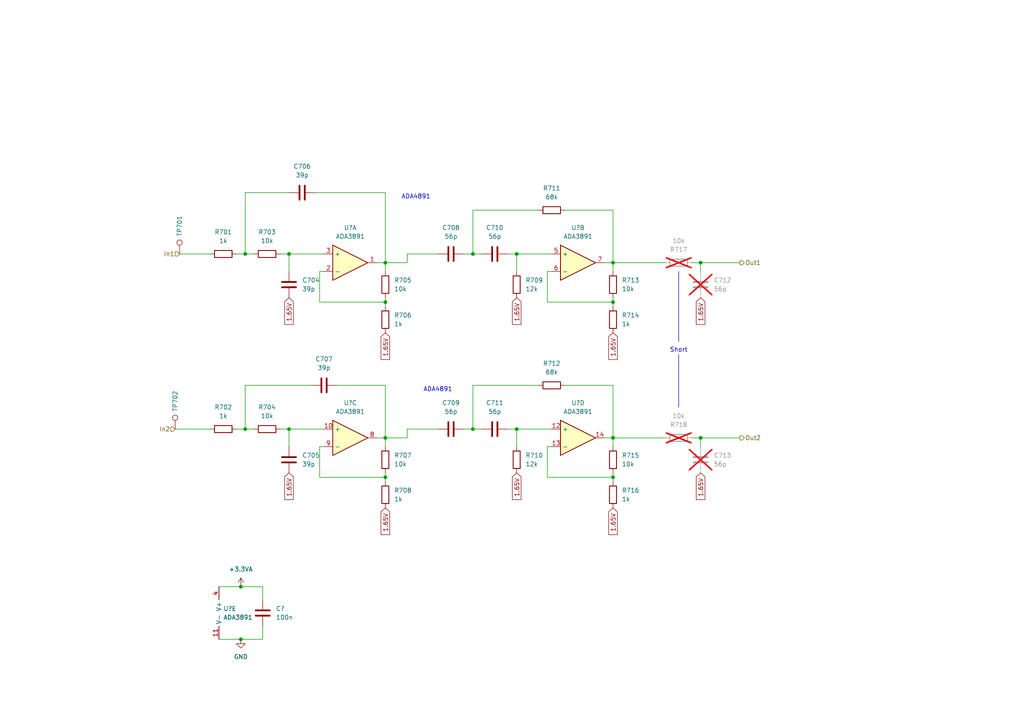
<source format=kicad_sch>
(kicad_sch (version 20250114) (generator "eeschema") (generator_version "9.0")
  (paper "A4")
  (lib_symbols
    (symbol "Connector:TestPoint" (pin_numbers (hide yes)) (pin_names (offset 0.762) (hide yes))
      (property "Reference" "TP" (at 0 6.858 0))
      (property "Value" "TestPoint" (at 0 5.08 0))
      (symbol "TestPoint_0_1"
        (circle (center 0 3.302) (radius 0.762))
      )
      (symbol "TestPoint_1_1"
        (pin passive line (at 0 0 90) (length 2.54) (name "1") (number "1"))
      )
    )
    (symbol "Device:C" (pin_numbers (hide yes)) (pin_names (offset 0.254))
      (property "Reference" "C" (at 0.635 2.54 0))
      (property "Value" "C" (at 0.635 -2.54 0))
      (symbol "C_0_1"
        (polyline (pts (xy -2.032 0.762) (xy 2.032 0.762)) (stroke (width 0.508)))
        (polyline (pts (xy -2.032 -0.762) (xy 2.032 -0.762)) (stroke (width 0.508)))
      )
      (symbol "C_1_1"
        (pin passive line (at 0 3.81 270) (length 2.794) (name "~") (number "1"))
        (pin passive line (at 0 -3.81 90) (length 2.794) (name "~") (number "2"))
      )
    )
    (symbol "Device:Opamp_Quad"
      (property "Reference" "U" (at 0 5.08 0))
      (property "Value" "Opamp_Quad" (at 0 -5.08 0))
      (symbol "Opamp_Quad_1_1"
        (polyline (pts (xy -5.08 5.08) (xy 5.08 0) (xy -5.08 -5.08) (xy -5.08 5.08)) (stroke (width 0.254)) (fill (type background)))
        (pin input line (at -7.62 2.54 0) (length 2.54) (name "+") (number "3"))
        (pin input line (at -7.62 -2.54 0) (length 2.54) (name "-") (number "2"))
        (pin output line (at 7.62 0 180) (length 2.54) (name "~") (number "1"))
      )
      (symbol "Opamp_Quad_2_1"
        (polyline (pts (xy -5.08 5.08) (xy 5.08 0) (xy -5.08 -5.08) (xy -5.08 5.08)) (stroke (width 0.254)) (fill (type background)))
        (pin input line (at -7.62 2.54 0) (length 2.54) (name "+") (number "5"))
        (pin input line (at -7.62 -2.54 0) (length 2.54) (name "-") (number "6"))
        (pin output line (at 7.62 0 180) (length 2.54) (name "~") (number "7"))
      )
      (symbol "Opamp_Quad_3_1"
        (polyline (pts (xy -5.08 5.08) (xy 5.08 0) (xy -5.08 -5.08) (xy -5.08 5.08)) (stroke (width 0.254)) (fill (type background)))
        (pin input line (at -7.62 2.54 0) (length 2.54) (name "+") (number "10"))
        (pin input line (at -7.62 -2.54 0) (length 2.54) (name "-") (number "9"))
        (pin output line (at 7.62 0 180) (length 2.54) (name "~") (number "8"))
      )
      (symbol "Opamp_Quad_4_1"
        (polyline (pts (xy -5.08 5.08) (xy 5.08 0) (xy -5.08 -5.08) (xy -5.08 5.08)) (stroke (width 0.254)) (fill (type background)))
        (pin input line (at -7.62 2.54 0) (length 2.54) (name "+") (number "12"))
        (pin input line (at -7.62 -2.54 0) (length 2.54) (name "-") (number "13"))
        (pin output line (at 7.62 0 180) (length 2.54) (name "~") (number "14"))
      )
      (symbol "Opamp_Quad_5_1"
        (pin power_in line (at -2.54 7.62 270) (length 3.81) (name "V+") (number "4"))
        (pin power_in line (at -2.54 -7.62 90) (length 3.81) (name "V-") (number "11"))
      )
    )
    (symbol "Device:R" (pin_numbers (hide yes)) (pin_names (offset 0))
      (property "Reference" "R" (at 2.032 0 90))
      (property "Value" "R" (at 0 0 90))
      (symbol "R_0_1"
        (rectangle (start -1.016 -2.54) (end 1.016 2.54) (stroke (width 0.254)))
      )
      (symbol "R_1_1"
        (pin passive line (at 0 3.81 270) (length 1.27) (name "~") (number "1"))
        (pin passive line (at 0 -3.81 90) (length 1.27) (name "~") (number "2"))
      )
    )
    (symbol "power:+3.3VA" (power) (pin_numbers (hide yes)) (pin_names (offset 0) (hide yes))
      (property "Value" "+3.3VA" (at 0 3.556 0))
      (symbol "+3.3VA_0_1"
        (polyline (pts (xy -0.762 1.27) (xy 0 2.54)))
        (polyline (pts (xy 0 2.54) (xy 0.762 1.27)))
        (polyline (pts (xy 0 0) (xy 0 2.54)))
      )
      (symbol "+3.3VA_1_1"
        (pin power_in line (at 0 0 90) (length 0) (name "~") (number "1"))
      )
    )
    (symbol "power:GND" (power) (pin_numbers (hide yes)) (pin_names (offset 0) (hide yes))
      (property "Value" "GND" (at 0 -3.81 0))
      (symbol "GND_0_1"
        (polyline (pts (xy 0 0) (xy 0 -1.27) (xy 1.27 -1.27) (xy 0 -2.54) (xy -1.27 -1.27) (xy 0 -1.27)))
      )
      (symbol "GND_1_1"
        (pin power_in line (at 0 0 270) (length 0) (name "~") (number "1"))
      )
    )
  )
  (text "ADA4891" (at 127 113.03 0) (effects (font (size 1.27 1.27))))
  (text "ADA4891" (at 120.65 57.15 0) (effects (font (size 1.27 1.27))))
  (text "Short" (at 196.85 101.6 0) (effects (font (size 1.27 1.27))))
  (junction (at 71.12 124.46))
  (junction (at 111.76 138.43))
  (junction (at 149.86 73.66))
  (junction (at 177.8 76.2))
  (junction (at 111.76 87.63))
  (junction (at 83.82 73.66))
  (junction (at 149.86 124.46))
  (junction (at 137.16 124.46))
  (junction (at 69.85 185.42))
  (junction (at 111.76 127))
  (junction (at 83.82 124.46))
  (junction (at 71.12 73.66))
  (junction (at 177.8 138.43))
  (junction (at 203.2 127))
  (junction (at 203.2 76.2))
  (junction (at 111.76 76.2))
  (junction (at 137.16 73.66))
  (junction (at 177.8 127))
  (junction (at 69.85 170.18))
  (junction (at 177.8 87.63))
  (wire (pts (xy 149.86 129.54) (xy 149.86 124.46)))
  (wire (pts (xy 93.98 129.54) (xy 92.71 129.54)))
  (wire (pts (xy 149.86 73.66) (xy 147.32 73.66)))
  (wire (pts (xy 90.17 111.76) (xy 71.12 111.76)))
  (wire (pts (xy 118.11 73.66) (xy 118.11 76.2)))
  (wire (pts (xy 111.76 87.63) (xy 111.76 86.36)))
  (wire (pts (xy 149.86 124.46) (xy 147.32 124.46)))
  (wire (pts (xy 97.79 111.76) (xy 111.76 111.76)))
  (wire (pts (xy 63.5 185.42) (xy 69.85 185.42)))
  (wire (pts (xy 91.44 55.88) (xy 111.76 55.88)))
  (wire (pts (xy 203.2 78.74) (xy 203.2 76.2)))
  (wire (pts (xy 68.58 124.46) (xy 71.12 124.46)))
  (wire (pts (xy 158.75 87.63) (xy 177.8 87.63)))
  (wire (pts (xy 93.98 73.66) (xy 83.82 73.66)))
  (wire (pts (xy 160.02 129.54) (xy 158.75 129.54)))
  (wire (pts (xy 93.98 78.74) (xy 92.71 78.74)))
  (wire (pts (xy 177.8 129.54) (xy 177.8 127)))
  (wire (pts (xy 111.76 111.76) (xy 111.76 127)))
  (wire (pts (xy 83.82 124.46) (xy 81.28 124.46)))
  (wire (pts (xy 111.76 139.7) (xy 111.76 138.43)))
  (wire (pts (xy 163.83 60.96) (xy 177.8 60.96)))
  (wire (pts (xy 203.2 76.2) (xy 200.66 76.2)))
  (wire (pts (xy 177.8 139.7) (xy 177.8 138.43)))
  (wire (pts (xy 177.8 60.96) (xy 177.8 76.2)))
  (wire (pts (xy 92.71 87.63) (xy 111.76 87.63)))
  (wire (pts (xy 83.82 129.54) (xy 83.82 124.46)))
  (wire (pts (xy 111.76 76.2) (xy 109.22 76.2)))
  (wire (pts (xy 158.75 138.43) (xy 177.8 138.43)))
  (wire (pts (xy 137.16 73.66) (xy 139.7 73.66)))
  (wire (pts (xy 203.2 127) (xy 214.63 127)))
  (wire (pts (xy 193.04 76.2) (xy 177.8 76.2)))
  (wire (pts (xy 111.76 138.43) (xy 111.76 137.16)))
  (wire (pts (xy 50.8 124.46) (xy 60.96 124.46)))
  (wire (pts (xy 193.04 127) (xy 177.8 127)))
  (wire (pts (xy 69.85 185.42) (xy 76.2 185.42)))
  (wire (pts (xy 156.21 60.96) (xy 137.16 60.96)))
  (wire (pts (xy 83.82 78.74) (xy 83.82 73.66)))
  (polyline (pts (xy 196.85 78.74) (xy 196.85 99.06)))
  (wire (pts (xy 76.2 170.18) (xy 76.2 173.99)))
  (wire (pts (xy 137.16 124.46) (xy 139.7 124.46)))
  (wire (pts (xy 111.76 127) (xy 109.22 127)))
  (wire (pts (xy 203.2 127) (xy 200.66 127)))
  (wire (pts (xy 203.2 129.54) (xy 203.2 127)))
  (wire (pts (xy 71.12 124.46) (xy 73.66 124.46)))
  (wire (pts (xy 203.2 76.2) (xy 214.63 76.2)))
  (wire (pts (xy 160.02 73.66) (xy 149.86 73.66)))
  (wire (pts (xy 118.11 76.2) (xy 111.76 76.2)))
  (wire (pts (xy 160.02 124.46) (xy 149.86 124.46)))
  (wire (pts (xy 127 73.66) (xy 118.11 73.66)))
  (wire (pts (xy 160.02 78.74) (xy 158.75 78.74)))
  (wire (pts (xy 118.11 124.46) (xy 118.11 127)))
  (wire (pts (xy 71.12 111.76) (xy 71.12 124.46)))
  (wire (pts (xy 68.58 73.66) (xy 71.12 73.66)))
  (polyline (pts (xy 196.85 102.87) (xy 196.85 118.11)))
  (wire (pts (xy 69.85 170.18) (xy 76.2 170.18)))
  (wire (pts (xy 137.16 60.96) (xy 137.16 73.66)))
  (wire (pts (xy 158.75 78.74) (xy 158.75 87.63)))
  (wire (pts (xy 134.62 73.66) (xy 137.16 73.66)))
  (wire (pts (xy 177.8 127) (xy 175.26 127)))
  (wire (pts (xy 111.76 88.9) (xy 111.76 87.63)))
  (wire (pts (xy 92.71 129.54) (xy 92.71 138.43)))
  (wire (pts (xy 71.12 55.88) (xy 71.12 73.66)))
  (wire (pts (xy 83.82 55.88) (xy 71.12 55.88)))
  (wire (pts (xy 177.8 138.43) (xy 177.8 137.16)))
  (wire (pts (xy 111.76 129.54) (xy 111.76 127)))
  (wire (pts (xy 177.8 76.2) (xy 177.8 78.74)))
  (wire (pts (xy 93.98 124.46) (xy 83.82 124.46)))
  (wire (pts (xy 163.83 111.76) (xy 177.8 111.76)))
  (wire (pts (xy 92.71 138.43) (xy 111.76 138.43)))
  (wire (pts (xy 156.21 111.76) (xy 137.16 111.76)))
  (wire (pts (xy 52.07 73.66) (xy 60.96 73.66)))
  (wire (pts (xy 149.86 78.74) (xy 149.86 73.66)))
  (wire (pts (xy 111.76 55.88) (xy 111.76 76.2)))
  (wire (pts (xy 111.76 78.74) (xy 111.76 76.2)))
  (wire (pts (xy 177.8 76.2) (xy 175.26 76.2)))
  (wire (pts (xy 177.8 88.9) (xy 177.8 87.63)))
  (wire (pts (xy 177.8 111.76) (xy 177.8 127)))
  (wire (pts (xy 118.11 127) (xy 111.76 127)))
  (wire (pts (xy 177.8 87.63) (xy 177.8 86.36)))
  (wire (pts (xy 83.82 73.66) (xy 81.28 73.66)))
  (wire (pts (xy 127 124.46) (xy 118.11 124.46)))
  (wire (pts (xy 71.12 73.66) (xy 73.66 73.66)))
  (wire (pts (xy 92.71 78.74) (xy 92.71 87.63)))
  (wire (pts (xy 158.75 129.54) (xy 158.75 138.43)))
  (wire (pts (xy 76.2 185.42) (xy 76.2 181.61)))
  (wire (pts (xy 137.16 111.76) (xy 137.16 124.46)))
  (wire (pts (xy 134.62 124.46) (xy 137.16 124.46)))
  (wire (pts (xy 63.5 170.18) (xy 69.85 170.18)))
  (global_label "1.65V" (shape input) (at 177.8 96.52 270) (property "Intersheetrefs" "${INTERSHEET_REFS}" (effects (hide yes))))
  (global_label "1.65V" (shape input) (at 83.82 86.36 270) (property "Intersheetrefs" "${INTERSHEET_REFS}" (effects (hide yes))))
  (global_label "1.65V" (shape input) (at 111.76 96.52 270) (property "Intersheetrefs" "${INTERSHEET_REFS}" (effects (hide yes))))
  (global_label "1.65V" (shape input) (at 177.8 147.32 270) (property "Intersheetrefs" "${INTERSHEET_REFS}" (effects (hide yes))))
  (global_label "1.65V" (shape input) (at 203.2 86.36 270) (property "Intersheetrefs" "${INTERSHEET_REFS}" (effects (hide yes))))
  (global_label "1.65V" (shape input) (at 149.86 86.36 270) (property "Intersheetrefs" "${INTERSHEET_REFS}" (effects (hide yes))))
  (global_label "1.65V" (shape input) (at 83.82 137.16 270) (property "Intersheetrefs" "${INTERSHEET_REFS}" (effects (hide yes))))
  (global_label "1.65V" (shape input) (at 111.76 147.32 270) (property "Intersheetrefs" "${INTERSHEET_REFS}" (effects (hide yes))))
  (global_label "1.65V" (shape input) (at 203.2 137.16 270) (property "Intersheetrefs" "${INTERSHEET_REFS}" (effects (hide yes))))
  (global_label "1.65V" (shape input) (at 149.86 137.16 270) (property "Intersheetrefs" "${INTERSHEET_REFS}" (effects (hide yes))))
  (hierarchical_label "Out2" (shape output) (at 214.63 127 0))
  (hierarchical_label "In2" (shape input) (at 50.8 124.46 180))
  (hierarchical_label "Out1" (shape output) (at 214.63 76.2 0))
  (hierarchical_label "In1" (shape input) (at 52.07 73.66 180))
  (symbol (lib_id "Device:R") (at 177.8 133.35 0) (mirror x) (unit 1)
    (property "Reference" "R715" (at 180.34 132.08 0) (effects (justify left)))
    (property "Value" "10k" (at 180.34 134.62 0) (effects (justify left)))
    (property "Footprint" "Resistor_SMD:R_0603_1608Metric" (effects (hide yes)))
    (property "Description" "Resistor" (effects (hide yes)))
    (instances (project "Input Board" (path "" (reference "R715") (unit 1)) (path "" (reference "R?") (unit 1))))
  )
  (symbol (lib_id "Device:C") (at 143.51 124.46 90) (unit 1)
    (property "Reference" "C711" (at 143.51 116.84 90))
    (property "Value" "56p" (at 143.51 119.38 90))
    (property "Footprint" "Capacitor_SMD:C_0603_1608Metric" (effects (hide yes)))
    (property "Description" "Unpolarized capacitor" (effects (hide yes)))
    (instances (project "Input Board" (path "" (reference "C711") (unit 1)) (path "" (reference "C?") (unit 1))))
  )
  (symbol (lib_id "Device:R") (at 111.76 143.51 0) (mirror x) (unit 1)
    (property "Reference" "R708" (at 114.3 142.24 0) (effects (justify left)))
    (property "Value" "1k" (at 114.3 144.78 0) (effects (justify left)))
    (property "Footprint" "Resistor_SMD:R_0603_1608Metric" (effects (hide yes)))
    (property "Description" "Resistor" (effects (hide yes)))
    (instances (project "Input Board" (path "" (reference "R708") (unit 1)) (path "" (reference "R?") (unit 1))))
  )
  (symbol (lib_id "Device:C") (at 83.82 82.55 0) (unit 1)
    (property "Reference" "C704" (at 87.63 81.2799 0) (effects (justify left)))
    (property "Value" "39p" (at 87.63 83.8199 0) (effects (justify left)))
    (property "Footprint" "Capacitor_SMD:C_0603_1608Metric" (effects (hide yes)))
    (property "Description" "Unpolarized capacitor" (effects (hide yes)))
    (instances (project "Input Board" (path "" (reference "C704") (unit 1)) (path "" (reference "C?") (unit 1))))
  )
  (symbol (lib_id "Device:C") (at 93.98 111.76 90) (unit 1)
    (property "Reference" "C707" (at 93.98 104.14 90))
    (property "Value" "39p" (at 93.98 106.68 90))
    (property "Footprint" "Capacitor_SMD:C_0603_1608Metric" (effects (hide yes)))
    (property "Description" "Unpolarized capacitor" (effects (hide yes)))
    (instances (project "Input Board" (path "" (reference "C707") (unit 1)) (path "" (reference "C?") (unit 1))))
  )
  (symbol (lib_id "Device:R") (at 177.8 143.51 0) (mirror x) (unit 1)
    (property "Reference" "R716" (at 180.34 142.24 0) (effects (justify left)))
    (property "Value" "1k" (at 180.34 144.78 0) (effects (justify left)))
    (property "Footprint" "Resistor_SMD:R_0603_1608Metric" (effects (hide yes)))
    (property "Description" "Resistor" (effects (hide yes)))
    (instances (project "Input Board" (path "" (reference "R716") (unit 1)) (path "" (reference "R?") (unit 1))))
  )
  (symbol (lib_id "Device:R") (at 160.02 111.76 270) (mirror x) (unit 1)
    (property "Reference" "R712" (at 160.02 105.41 90))
    (property "Value" "68k" (at 160.02 107.95 90))
    (property "Footprint" "Resistor_SMD:R_0603_1608Metric" (effects (hide yes)))
    (property "Description" "Resistor" (effects (hide yes)))
    (instances (project "Input Board" (path "" (reference "R712") (unit 1)) (path "" (reference "R?") (unit 1))))
  )
  (symbol (lib_id "Device:R") (at 149.86 82.55 0) (mirror x) (unit 1)
    (property "Reference" "R709" (at 152.4 81.28 0) (effects (justify left)))
    (property "Value" "12k" (at 152.4 83.82 0) (effects (justify left)))
    (property "Footprint" "Resistor_SMD:R_0603_1608Metric" (effects (hide yes)))
    (property "Description" "Resistor" (effects (hide yes)))
    (instances (project "Input Board" (path "" (reference "R709") (unit 1)) (path "" (reference "R?") (unit 1))))
  )
  (symbol (lib_id "power:+3.3VA") (at 69.85 170.18 0) (unit 1)
    (property "Reference" "#PWR016" (effects (hide yes)))
    (property "Value" "+3.3VA" (at 69.85 165.1 0))
    (property "Description" "Power symbol creates a global label with name \"+3.3VA\"" (effects (hide yes)))
    (instances (project "" (path "" (reference "#PWR016") (unit 1)) (path "" (reference "#PWR015") (unit 1))))
  )
  (symbol (lib_id "Device:C") (at 130.81 124.46 90) (unit 1)
    (property "Reference" "C709" (at 130.81 116.84 90))
    (property "Value" "56p" (at 130.81 119.38 90))
    (property "Footprint" "Capacitor_SMD:C_0603_1608Metric" (effects (hide yes)))
    (property "Description" "Unpolarized capacitor" (effects (hide yes)))
    (instances (project "Input Board" (path "" (reference "C709") (unit 1)) (path "" (reference "C?") (unit 1))))
  )
  (symbol (lib_id "Device:Opamp_Quad") (at 167.64 76.2 0) (unit 2)
    (property "Reference" "U?" (at 167.64 66.04 0))
    (property "Value" "ADA3891" (at 167.64 68.58 0))
    (property "Footprint" "Package_SO:SOIC-14_3.9x8.7mm_P1.27mm" (effects (hide yes)))
    (property "Description" "Quad operational amplifier" (effects (hide yes)))
    (property "Sim.Library" "${KICAD9_SYMBOL_DIR}/Simulation_SPICE.sp" (effects (hide yes)))
    (property "Sim.Name" "kicad_builtin_opamp_quad" (effects (hide yes)))
    (property "Sim.Device" "SUBCKT" (effects (hide yes)))
    (property "Sim.Pins" "1=out1 2=in1- 3=in1+ 4=vcc 5=in2+ 6=in2- 7=out2 8=out3 9=in3- 10=in3+ 11=vee 12=in4+ 13=in4- 14=out4" (effects (hide yes)))
  )
  (symbol (lib_id "Device:C") (at 87.63 55.88 90) (unit 1)
    (property "Reference" "C706" (at 87.63 48.26 90))
    (property "Value" "39p" (at 87.63 50.8 90))
    (property "Footprint" "Capacitor_SMD:C_0603_1608Metric" (effects (hide yes)))
    (property "Description" "Unpolarized capacitor" (effects (hide yes)))
    (instances (project "Input Board" (path "" (reference "C706") (unit 1)) (path "" (reference "C?") (unit 1))))
  )
  (symbol (lib_id "Device:C") (at 130.81 73.66 90) (unit 1)
    (property "Reference" "C708" (at 130.81 66.04 90))
    (property "Value" "56p" (at 130.81 68.58 90))
    (property "Footprint" "Capacitor_SMD:C_0603_1608Metric" (effects (hide yes)))
    (property "Description" "Unpolarized capacitor" (effects (hide yes)))
    (instances (project "Input Board" (path "" (reference "C708") (unit 1)) (path "" (reference "C?") (unit 1))))
  )
  (symbol (lib_id "Device:R") (at 196.85 127 270) (mirror x) (unit 1) (dnp yes)
    (property "Reference" "R718" (at 196.85 123.19 90))
    (property "Value" "10k" (at 196.85 120.65 90))
    (property "Footprint" "Resistor_SMD:R_0603_1608Metric" (effects (hide yes)))
    (property "Description" "Resistor" (effects (hide yes)))
    (instances (project "Input Board" (path "" (reference "R718") (unit 1)) (path "" (reference "R?") (unit 1))))
  )
  (symbol (lib_id "Device:R") (at 64.77 73.66 90) (unit 1)
    (property "Reference" "R701" (at 64.77 67.31 90))
    (property "Value" "1k" (at 64.77 69.85 90))
    (property "Footprint" "Resistor_SMD:R_0603_1608Metric" (effects (hide yes)))
    (property "Description" "Resistor" (effects (hide yes)))
    (instances (project "Input Board" (path "" (reference "R701") (unit 1)) (path "" (reference "R?") (unit 1))))
  )
  (symbol (lib_id "Device:R") (at 64.77 124.46 90) (unit 1)
    (property "Reference" "R702" (at 64.77 118.11 90))
    (property "Value" "1k" (at 64.77 120.65 90))
    (property "Footprint" "Resistor_SMD:R_0603_1608Metric" (effects (hide yes)))
    (property "Description" "Resistor" (effects (hide yes)))
    (instances (project "Input Board" (path "" (reference "R702") (unit 1)) (path "" (reference "R?") (unit 1))))
  )
  (symbol (lib_id "Device:C") (at 76.2 177.8 0) (unit 1)
    (property "Reference" "C?" (at 80.01 176.5299 0) (effects (justify left)))
    (property "Value" "100n" (at 80.01 179.0699 0) (effects (justify left)))
    (property "Footprint" "Capacitor_SMD:C_0603_1608Metric" (effects (hide yes)))
    (property "Description" "Unpolarized capacitor" (effects (hide yes)))
  )
  (symbol (lib_id "Device:R") (at 111.76 133.35 0) (mirror x) (unit 1)
    (property "Reference" "R707" (at 114.3 132.08 0) (effects (justify left)))
    (property "Value" "10k" (at 114.3 134.62 0) (effects (justify left)))
    (property "Footprint" "Resistor_SMD:R_0603_1608Metric" (effects (hide yes)))
    (property "Description" "Resistor" (effects (hide yes)))
    (instances (project "Input Board" (path "" (reference "R707") (unit 1)) (path "" (reference "R?") (unit 1))))
  )
  (symbol (lib_id "Connector:TestPoint") (at 50.8 124.46 0) (unit 1)
    (property "Reference" "TP702" (at 50.8 119.38 90) (effects (justify left)))
    (property "Value" "TestPoint" (effects (hide yes)))
    (property "Footprint" "TestPoint:TestPoint_Pad_1.5x1.5mm" (effects (hide yes)))
    (property "Description" "test point" (effects (hide yes)))
    (instances (project "Input Board" (path "" (reference "TP702") (unit 1)) (path "" (reference "TP?") (unit 1))))
  )
  (symbol (lib_id "Device:R") (at 177.8 82.55 0) (mirror x) (unit 1)
    (property "Reference" "R713" (at 180.34 81.28 0) (effects (justify left)))
    (property "Value" "10k" (at 180.34 83.82 0) (effects (justify left)))
    (property "Footprint" "Resistor_SMD:R_0603_1608Metric" (effects (hide yes)))
    (property "Description" "Resistor" (effects (hide yes)))
    (instances (project "Input Board" (path "" (reference "R713") (unit 1)) (path "" (reference "R?") (unit 1))))
  )
  (symbol (lib_id "Device:R") (at 149.86 133.35 0) (mirror x) (unit 1)
    (property "Reference" "R710" (at 152.4 132.08 0) (effects (justify left)))
    (property "Value" "12k" (at 152.4 134.62 0) (effects (justify left)))
    (property "Footprint" "Resistor_SMD:R_0603_1608Metric" (effects (hide yes)))
    (property "Description" "Resistor" (effects (hide yes)))
    (instances (project "Input Board" (path "" (reference "R710") (unit 1)) (path "" (reference "R?") (unit 1))))
  )
  (symbol (lib_id "Device:Opamp_Quad") (at 167.64 127 0) (unit 4)
    (property "Reference" "U?" (at 167.64 116.84 0))
    (property "Value" "ADA3891" (at 167.64 119.38 0))
    (property "Footprint" "Package_SO:SOIC-14_3.9x8.7mm_P1.27mm" (effects (hide yes)))
    (property "Description" "Quad operational amplifier" (effects (hide yes)))
    (property "Sim.Library" "${KICAD9_SYMBOL_DIR}/Simulation_SPICE.sp" (effects (hide yes)))
    (property "Sim.Name" "kicad_builtin_opamp_quad" (effects (hide yes)))
    (property "Sim.Device" "SUBCKT" (effects (hide yes)))
    (property "Sim.Pins" "1=out1 2=in1- 3=in1+ 4=vcc 5=in2+ 6=in2- 7=out2 8=out3 9=in3- 10=in3+ 11=vee 12=in4+ 13=in4- 14=out4" (effects (hide yes)))
  )
  (symbol (lib_id "Device:R") (at 77.47 124.46 90) (unit 1)
    (property "Reference" "R704" (at 77.47 118.11 90))
    (property "Value" "10k" (at 77.47 120.65 90))
    (property "Footprint" "Resistor_SMD:R_0603_1608Metric" (effects (hide yes)))
    (property "Description" "Resistor" (effects (hide yes)))
    (instances (project "Input Board" (path "" (reference "R704") (unit 1)) (path "" (reference "R?") (unit 1))))
  )
  (symbol (lib_id "Device:R") (at 196.85 76.2 270) (mirror x) (unit 1) (dnp yes)
    (property "Reference" "R717" (at 196.85 72.39 90))
    (property "Value" "10k" (at 196.85 69.85 90))
    (property "Footprint" "Resistor_SMD:R_0603_1608Metric" (effects (hide yes)))
    (property "Description" "Resistor" (effects (hide yes)))
    (instances (project "Input Board" (path "" (reference "R717") (unit 1)) (path "" (reference "R?") (unit 1))))
  )
  (symbol (lib_id "Device:C") (at 143.51 73.66 90) (unit 1)
    (property "Reference" "C710" (at 143.51 66.04 90))
    (property "Value" "56p" (at 143.51 68.58 90))
    (property "Footprint" "Capacitor_SMD:C_0603_1608Metric" (effects (hide yes)))
    (property "Description" "Unpolarized capacitor" (effects (hide yes)))
    (instances (project "Input Board" (path "" (reference "C710") (unit 1)) (path "" (reference "C?") (unit 1))))
  )
  (symbol (lib_id "Device:C") (at 203.2 133.35 180) (unit 1) (dnp yes)
    (property "Reference" "C713" (at 207.01 132.0799 0) (effects (justify right)))
    (property "Value" "56p" (at 207.01 134.6199 0) (effects (justify right)))
    (property "Footprint" "Capacitor_SMD:C_0603_1608Metric" (effects (hide yes)))
    (property "Description" "Unpolarized capacitor" (effects (hide yes)))
    (instances (project "Input Board" (path "" (reference "C713") (unit 1)) (path "" (reference "C?") (unit 1))))
  )
  (symbol (lib_id "Device:R") (at 77.47 73.66 90) (unit 1)
    (property "Reference" "R703" (at 77.47 67.31 90))
    (property "Value" "10k" (at 77.47 69.85 90))
    (property "Footprint" "Resistor_SMD:R_0603_1608Metric" (effects (hide yes)))
    (property "Description" "Resistor" (effects (hide yes)))
    (instances (project "Input Board" (path "" (reference "R703") (unit 1)) (path "" (reference "R?") (unit 1))))
  )
  (symbol (lib_id "Device:C") (at 203.2 82.55 180) (unit 1) (dnp yes)
    (property "Reference" "C712" (at 207.01 81.2799 0) (effects (justify right)))
    (property "Value" "56p" (at 207.01 83.8199 0) (effects (justify right)))
    (property "Footprint" "Capacitor_SMD:C_0603_1608Metric" (effects (hide yes)))
    (property "Description" "Unpolarized capacitor" (effects (hide yes)))
    (instances (project "Input Board" (path "" (reference "C712") (unit 1)) (path "" (reference "C?") (unit 1))))
  )
  (symbol (lib_id "Device:Opamp_Quad") (at 101.6 76.2 0) (unit 1)
    (property "Reference" "U?" (at 101.6 66.04 0))
    (property "Value" "ADA3891" (at 101.6 68.58 0))
    (property "Footprint" "Package_SO:SOIC-14_3.9x8.7mm_P1.27mm" (effects (hide yes)))
    (property "Description" "Quad operational amplifier" (effects (hide yes)))
    (property "Sim.Library" "${KICAD9_SYMBOL_DIR}/Simulation_SPICE.sp" (effects (hide yes)))
    (property "Sim.Name" "kicad_builtin_opamp_quad" (effects (hide yes)))
    (property "Sim.Device" "SUBCKT" (effects (hide yes)))
    (property "Sim.Pins" "1=out1 2=in1- 3=in1+ 4=vcc 5=in2+ 6=in2- 7=out2 8=out3 9=in3- 10=in3+ 11=vee 12=in4+ 13=in4- 14=out4" (effects (hide yes)))
  )
  (symbol (lib_id "Device:Opamp_Quad") (at 66.04 177.8 0) (unit 5)
    (property "Reference" "U?" (at 64.77 176.5299 0) (effects (justify left)))
    (property "Value" "ADA3891" (at 64.77 179.0699 0) (effects (justify left)))
    (property "Footprint" "Package_SO:SOIC-14_3.9x8.7mm_P1.27mm" (effects (hide yes)))
    (property "Description" "Quad operational amplifier" (effects (hide yes)))
    (property "Sim.Library" "${KICAD9_SYMBOL_DIR}/Simulation_SPICE.sp" (effects (hide yes)))
    (property "Sim.Name" "kicad_builtin_opamp_quad" (effects (hide yes)))
    (property "Sim.Device" "SUBCKT" (effects (hide yes)))
    (property "Sim.Pins" "1=out1 2=in1- 3=in1+ 4=vcc 5=in2+ 6=in2- 7=out2 8=out3 9=in3- 10=in3+ 11=vee 12=in4+ 13=in4- 14=out4" (effects (hide yes)))
  )
  (symbol (lib_id "power:GND") (at 69.85 185.42 0) (unit 1)
    (property "Reference" "#PWR018" (effects (hide yes)))
    (property "Value" "GND" (at 69.85 190.5 0))
    (property "Description" "Power symbol creates a global label with name \"GND\" , ground" (effects (hide yes)))
    (instances (project "" (path "" (reference "#PWR018") (unit 1)) (path "" (reference "#PWR017") (unit 1))))
  )
  (symbol (lib_id "Device:R") (at 111.76 82.55 0) (mirror x) (unit 1)
    (property "Reference" "R705" (at 114.3 81.28 0) (effects (justify left)))
    (property "Value" "10k" (at 114.3 83.82 0) (effects (justify left)))
    (property "Footprint" "Resistor_SMD:R_0603_1608Metric" (effects (hide yes)))
    (property "Description" "Resistor" (effects (hide yes)))
    (instances (project "Input Board" (path "" (reference "R705") (unit 1)) (path "" (reference "R?") (unit 1))))
  )
  (symbol (lib_id "Device:Opamp_Quad") (at 101.6 127 0) (unit 3)
    (property "Reference" "U?" (at 101.6 116.84 0))
    (property "Value" "ADA3891" (at 101.6 119.38 0))
    (property "Footprint" "Package_SO:SOIC-14_3.9x8.7mm_P1.27mm" (effects (hide yes)))
    (property "Description" "Quad operational amplifier" (effects (hide yes)))
    (property "Sim.Library" "${KICAD9_SYMBOL_DIR}/Simulation_SPICE.sp" (effects (hide yes)))
    (property "Sim.Name" "kicad_builtin_opamp_quad" (effects (hide yes)))
    (property "Sim.Device" "SUBCKT" (effects (hide yes)))
    (property "Sim.Pins" "1=out1 2=in1- 3=in1+ 4=vcc 5=in2+ 6=in2- 7=out2 8=out3 9=in3- 10=in3+ 11=vee 12=in4+ 13=in4- 14=out4" (effects (hide yes)))
  )
  (symbol (lib_id "Device:R") (at 160.02 60.96 270) (mirror x) (unit 1)
    (property "Reference" "R711" (at 160.02 54.61 90))
    (property "Value" "68k" (at 160.02 57.15 90))
    (property "Footprint" "Resistor_SMD:R_0603_1608Metric" (effects (hide yes)))
    (property "Description" "Resistor" (effects (hide yes)))
    (instances (project "Input Board" (path "" (reference "R711") (unit 1)) (path "" (reference "R?") (unit 1))))
  )
  (symbol (lib_id "Device:R") (at 177.8 92.71 0) (mirror x) (unit 1)
    (property "Reference" "R714" (at 180.34 91.44 0) (effects (justify left)))
    (property "Value" "1k" (at 180.34 93.98 0) (effects (justify left)))
    (property "Footprint" "Resistor_SMD:R_0603_1608Metric" (effects (hide yes)))
    (property "Description" "Resistor" (effects (hide yes)))
    (instances (project "Input Board" (path "" (reference "R714") (unit 1)) (path "" (reference "R?") (unit 1))))
  )
  (symbol (lib_id "Device:C") (at 83.82 133.35 0) (unit 1)
    (property "Reference" "C705" (at 87.63 132.0799 0) (effects (justify left)))
    (property "Value" "39p" (at 87.63 134.6199 0) (effects (justify left)))
    (property "Footprint" "Capacitor_SMD:C_0603_1608Metric" (effects (hide yes)))
    (property "Description" "Unpolarized capacitor" (effects (hide yes)))
    (instances (project "Input Board" (path "" (reference "C705") (unit 1)) (path "" (reference "C?") (unit 1))))
  )
  (symbol (lib_id "Device:R") (at 111.76 92.71 0) (mirror x) (unit 1)
    (property "Reference" "R706" (at 114.3 91.44 0) (effects (justify left)))
    (property "Value" "1k" (at 114.3 93.98 0) (effects (justify left)))
    (property "Footprint" "Resistor_SMD:R_0603_1608Metric" (effects (hide yes)))
    (property "Description" "Resistor" (effects (hide yes)))
    (instances (project "Input Board" (path "" (reference "R706") (unit 1)) (path "" (reference "R?") (unit 1))))
  )
  (symbol (lib_id "Connector:TestPoint") (at 52.07 73.66 0) (unit 1)
    (property "Reference" "TP701" (at 52.07 68.58 90) (effects (justify left)))
    (property "Value" "TestPoint" (effects (hide yes)))
    (property "Footprint" "TestPoint:TestPoint_Pad_1.5x1.5mm" (effects (hide yes)))
    (property "Description" "test point" (effects (hide yes)))
    (instances (project "Input Board" (path "" (reference "TP701") (unit 1)) (path "" (reference "TP?") (unit 1))))
  )
)
</source>
